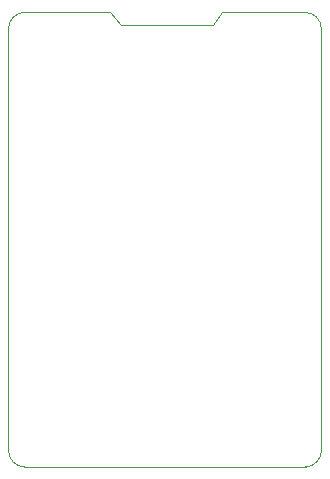
<source format=gbr>
G04 #@! TF.GenerationSoftware,KiCad,Pcbnew,(5.1.5)-3*
G04 #@! TF.CreationDate,2020-03-05T02:26:10+05:30*
G04 #@! TF.ProjectId,Pyrolight,5079726f-6c69-4676-9874-2e6b69636164,V1.0*
G04 #@! TF.SameCoordinates,Original*
G04 #@! TF.FileFunction,Profile,NP*
%FSLAX46Y46*%
G04 Gerber Fmt 4.6, Leading zero omitted, Abs format (unit mm)*
G04 Created by KiCad (PCBNEW (5.1.5)-3) date 2020-03-05 02:26:10*
%MOMM*%
%LPD*%
G04 APERTURE LIST*
%ADD10C,0.100000*%
G04 APERTURE END LIST*
D10*
X140900000Y-76520000D02*
G75*
G02X142300000Y-75120000I1400000J0D01*
G01*
X166000000Y-75120000D02*
G75*
G02X167400000Y-76520000I0J-1400000D01*
G01*
X167400000Y-112220000D02*
G75*
G02X166000000Y-113620000I-1400000J0D01*
G01*
X142300000Y-113620000D02*
G75*
G02X140900000Y-112220000I0J1400000D01*
G01*
X140900000Y-112220000D02*
X140900000Y-76570000D01*
X166100000Y-113620000D02*
X142200000Y-113620000D01*
X167400000Y-76520000D02*
X167400000Y-112320000D01*
X159000000Y-75120000D02*
X166100000Y-75120000D01*
X158200000Y-76220000D02*
X159000000Y-75120000D01*
X150400000Y-76220000D02*
X158200000Y-76220000D01*
X149500000Y-75120000D02*
X150400000Y-76220000D01*
X142300000Y-75120000D02*
X149500000Y-75120000D01*
M02*

</source>
